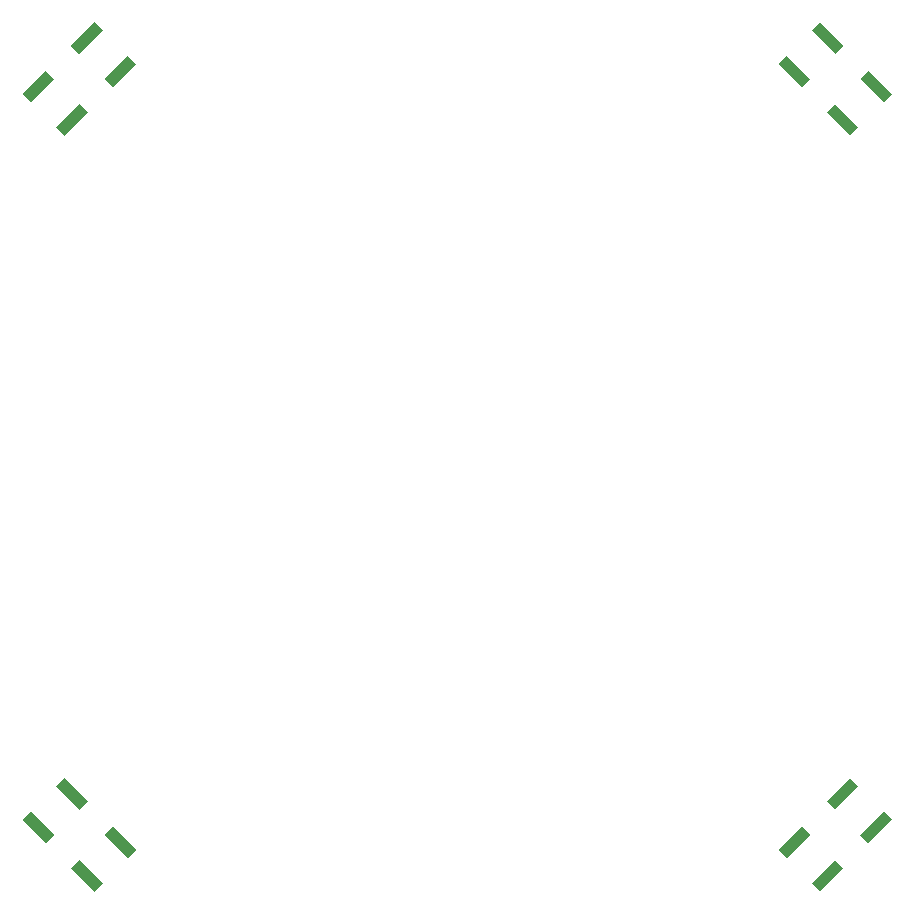
<source format=gbr>
%TF.GenerationSoftware,KiCad,Pcbnew,(5.1.6)-1*%
%TF.CreationDate,2020-07-19T23:04:14+02:00*%
%TF.ProjectId,bedlight-nucleo,6265646c-6967-4687-942d-6e75636c656f,rev?*%
%TF.SameCoordinates,Original*%
%TF.FileFunction,Paste,Top*%
%TF.FilePolarity,Positive*%
%FSLAX46Y46*%
G04 Gerber Fmt 4.6, Leading zero omitted, Abs format (unit mm)*
G04 Created by KiCad (PCBNEW (5.1.6)-1) date 2020-07-19 23:04:14*
%MOMM*%
%LPD*%
G01*
G04 APERTURE LIST*
%ADD10C,0.100000*%
G04 APERTURE END LIST*
D10*
%TO.C,SW4*%
G36*
X198828427Y-145040441D02*
G01*
X198121320Y-144333334D01*
X200101219Y-142353435D01*
X200808326Y-143060542D01*
X198828427Y-145040441D01*
G37*
G36*
X194727208Y-149141660D02*
G01*
X194020101Y-148434553D01*
X196000000Y-146454654D01*
X196707107Y-147161761D01*
X194727208Y-149141660D01*
G37*
G36*
X196000000Y-142212014D02*
G01*
X195292893Y-141504907D01*
X197272792Y-139525008D01*
X197979899Y-140232115D01*
X196000000Y-142212014D01*
G37*
G36*
X191898781Y-146313233D02*
G01*
X191191674Y-145606126D01*
X193171573Y-143626227D01*
X193878680Y-144333334D01*
X191898781Y-146313233D01*
G37*
%TD*%
%TO.C,SW3*%
G36*
X196707107Y-77504907D02*
G01*
X196000000Y-78212014D01*
X194020101Y-76232115D01*
X194727208Y-75525008D01*
X196707107Y-77504907D01*
G37*
G36*
X200808326Y-81606126D02*
G01*
X200101219Y-82313233D01*
X198121320Y-80333334D01*
X198828427Y-79626227D01*
X200808326Y-81606126D01*
G37*
G36*
X193878680Y-80333334D02*
G01*
X193171573Y-81040441D01*
X191191674Y-79060542D01*
X191898781Y-78353435D01*
X193878680Y-80333334D01*
G37*
G36*
X197979899Y-84434553D02*
G01*
X197272792Y-85141660D01*
X195292893Y-83161761D01*
X196000000Y-82454654D01*
X197979899Y-84434553D01*
G37*
%TD*%
%TO.C,SW2*%
G36*
X134828427Y-81040441D02*
G01*
X134121320Y-80333334D01*
X136101219Y-78353435D01*
X136808326Y-79060542D01*
X134828427Y-81040441D01*
G37*
G36*
X130727208Y-85141660D02*
G01*
X130020101Y-84434553D01*
X132000000Y-82454654D01*
X132707107Y-83161761D01*
X130727208Y-85141660D01*
G37*
G36*
X132000000Y-78212014D02*
G01*
X131292893Y-77504907D01*
X133272792Y-75525008D01*
X133979899Y-76232115D01*
X132000000Y-78212014D01*
G37*
G36*
X127898781Y-82313233D02*
G01*
X127191674Y-81606126D01*
X129171573Y-79626227D01*
X129878680Y-80333334D01*
X127898781Y-82313233D01*
G37*
%TD*%
%TO.C,SW1*%
G36*
X132707107Y-141504907D02*
G01*
X132000000Y-142212014D01*
X130020101Y-140232115D01*
X130727208Y-139525008D01*
X132707107Y-141504907D01*
G37*
G36*
X136808326Y-145606126D02*
G01*
X136101219Y-146313233D01*
X134121320Y-144333334D01*
X134828427Y-143626227D01*
X136808326Y-145606126D01*
G37*
G36*
X129878680Y-144333334D02*
G01*
X129171573Y-145040441D01*
X127191674Y-143060542D01*
X127898781Y-142353435D01*
X129878680Y-144333334D01*
G37*
G36*
X133979899Y-148434553D02*
G01*
X133272792Y-149141660D01*
X131292893Y-147161761D01*
X132000000Y-146454654D01*
X133979899Y-148434553D01*
G37*
%TD*%
M02*

</source>
